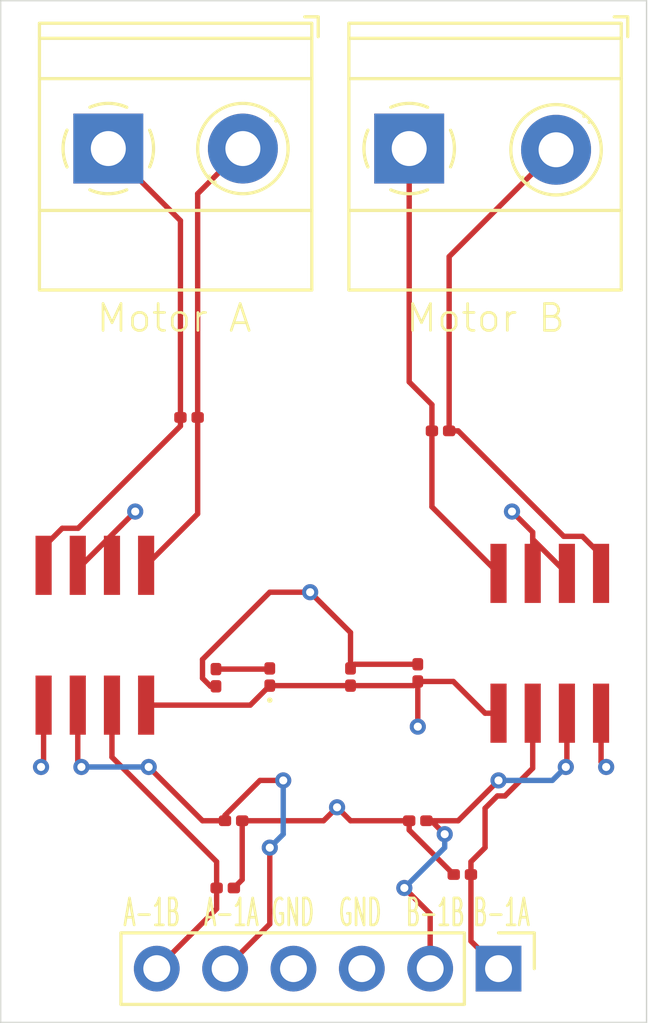
<source format=kicad_pcb>
(kicad_pcb (version 20240108) (generator "pcbnew") (generator_version "8.0")
  (layers (0 "F.Cu" signal) (1 "In1.Cu" power "GND") (2 "In2.Cu" power "PWR") (31 "B.Cu" signal) (34 "B.Paste" user) (35 "F.Paste" user) (36 "B.SilkS" user "B.Silkscreen") (37 "F.SilkS" user "F.Silkscreen") (38 "B.Mask" user) (39 "F.Mask" user) (44 "Edge.Cuts" user))
  (net 0 "")
  (net 1 "GND")
  (net 2 "VCC")
  (net 3 "Net-(J1-Pin_2)")
  (net 4 "Net-(J1-Pin_1)")
  (net 5 "Net-(J2-Pin_1)")
  (net 6 "Net-(J2-Pin_2)")
  (net 7 "Net-(D1-A)")
  (net 8 "Net-(J3-Pin_2)")
  (net 9 "Net-(J3-Pin_6)")
  (net 10 "Net-(J3-Pin_1)")
  (net 11 "Net-(J3-Pin_5)")
  (footprint "Connector_PinHeader_2.54mm:PinHeader_1x06_P2.54mm_Vertical" (layer "F.Cu") (at 144.5 89 -90)
    (property "Reference" "J3" (hide yes))
    (property "Value" "Conn_01x06_Pin" (hide yes))
    (fp_line (start -1.33 14.03) (end 1.33 14.03) (stroke (width 0.12)) (layer "F.SilkS"))
    (fp_line (start -1.33 1.27) (end -1.33 14.03) (stroke (width 0.12)) (layer "F.SilkS"))
    (fp_line (start -1.33 1.27) (end 1.33 1.27) (stroke (width 0.12)) (layer "F.SilkS"))
    (fp_line (start 1.33 1.27) (end 1.33 14.03) (stroke (width 0.12)) (layer "F.SilkS"))
    (fp_line (start -1.33 0) (end -1.33 -1.33) (stroke (width 0.12)) (layer "F.SilkS"))
    (fp_line (start -1.33 -1.33) (end 0 -1.33) (stroke (width 0.12)) (layer "F.SilkS"))
    (pad "1" thru_hole rect (at 0 0 270) (size 1.7 1.7) (drill 1) (layers "*.Cu" "*.Mask") (net 10 "Net-(J3-Pin_1)"))
    (pad "2" thru_hole oval (at 0 2.54 270) (size 1.7 1.7) (drill 1) (layers "*.Cu" "*.Mask") (net 8 "Net-(J3-Pin_2)"))
    (pad "3" thru_hole oval (at 0 5.08 270) (size 1.7 1.7) (drill 1) (layers "*.Cu" "*.Mask") (net 1 "GND"))
    (pad "4" thru_hole oval (at 0 7.62 270) (size 1.7 1.7) (drill 1) (layers "*.Cu" "*.Mask") (net 2 "VCC"))
    (pad "5" thru_hole oval (at 0 10.16 270) (size 1.7 1.7) (drill 1) (layers "*.Cu" "*.Mask") (net 11 "Net-(J3-Pin_5)"))
    (pad "6" thru_hole oval (at 0 12.7 270) (size 1.7 1.7) (drill 1) (layers "*.Cu" "*.Mask") (net 9 "Net-(J3-Pin_6)"))
  )
  (footprint "TerminalBlock_Phoenix:TerminalBlock_Phoenix_MKDS-1,5-2_1x02_P5.00mm_Horizontal" (layer "F.Cu") (at 135 58.5 180)
    (property "Reference" "J1" (hide yes))
    (property "Value" "Screw_Terminal_01x02" (hide yes))
    (fp_line (start 7.56 -5.261) (end 7.56 4.66) (stroke (width 0.12)) (layer "F.SilkS"))
    (fp_line (start 1.227 -1.023) (end 1.274 -1.069) (stroke (width 0.12)) (layer "F.SilkS"))
    (fp_line (start 1.034 -1.239) (end 1.069 -1.274) (stroke (width 0.12)) (layer "F.SilkS"))
    (fp_line (start -1.07 1.275) (end -1.035 1.239) (stroke (width 0.12)) (layer "F.SilkS"))
    (fp_line (start -1.275 1.069) (end -1.228 1.023) (stroke (width 0.12)) (layer "F.SilkS"))
    (fp_line (start -2.56 4.66) (end 7.56 4.66) (stroke (width 0.12)) (layer "F.SilkS"))
    (fp_line (start -2.56 4.1) (end 7.56 4.1) (stroke (width 0.12)) (layer "F.SilkS"))
    (fp_line (start -2.56 2.6) (end 7.56 2.6) (stroke (width 0.12)) (layer "F.SilkS"))
    (fp_line (start -2.56 -2.301) (end 7.56 -2.301) (stroke (width 0.12)) (layer "F.SilkS"))
    (fp_line (start -2.56 -5.261) (end 7.56 -5.261) (stroke (width 0.12)) (layer "F.SilkS"))
    (fp_line (start -2.56 -5.261) (end -2.56 4.66) (stroke (width 0.12)) (layer "F.SilkS"))
    (fp_line (start -2.8 4.9) (end -2.3 4.9) (stroke (width 0.12)) (layer "F.SilkS"))
    (fp_line (start -2.8 4.16) (end -2.8 4.9) (stroke (width 0.12)) (layer "F.SilkS"))
    (fp_arc (start 6.535427 -0.683042) (mid 6.680501 0.000524) (end 6.535 0.684) (stroke (width 0.12)) (layer "F.SilkS"))
    (fp_arc (start 5.683042 1.535427) (mid 4.999476 1.680501) (end 4.316 1.535) (stroke (width 0.12)) (layer "F.SilkS"))
    (fp_arc (start 4.971195 -1.680253) (mid 5.335551 -1.646659) (end 5.684 -1.535) (stroke (width 0.12)) (layer "F.SilkS"))
    (fp_arc (start 4.316682 -1.534756) (mid 4.650708 -1.643288) (end 5 -1.68) (stroke (width 0.12)) (layer "F.SilkS"))
    (fp_arc (start 3.464573 0.683042) (mid 3.319499 -0.000524) (end 3.465 -0.684) (stroke (width 0.12)) (layer "F.SilkS"))
    (fp_circle (center 0 0) (end -1.68 0) (stroke (width 0.12)) (fill none) (layer "F.SilkS"))
    (pad "1" thru_hole rect (at 5 0) (size 2.6 2.6) (drill 1.3) (layers "*.Cu" "*.Mask") (net 4 "Net-(J1-Pin_1)"))
    (pad "2" thru_hole circle (at 0 0) (size 2.6 2.6) (drill 1.3) (layers "*.Cu" "*.Mask") (net 3 "Net-(J1-Pin_2)"))
  )
  (footprint "Resistor_SMD:R_0201_0603Metric" (layer "F.Cu") (at 143.155 85.5)
    (property "Reference" "R4" (hide yes))
    (property "Value" "10K")
    (pad "1" smd roundrect (at -0.32 0) (size 0.46 0.4) (layers "F.Cu" "F.Mask") (net 2 "VCC"))
    (pad "2" smd roundrect (at 0.32 0) (size 0.46 0.4) (layers "F.Cu" "F.Mask") (net 10 "Net-(J3-Pin_1)"))
  )
  (footprint "MountingHole:MountingHole_2.1mm" (layer "F.Cu") (at 128.5 69)
    (property "Reference" "H1" (hide yes))
    (property "Value" "MountingHole" (hide yes))
    (pad "" np_thru_hole circle (at 0 0) (size 2.1 2.1) (drill 2.1) (layers "*.Cu" "*.Mask"))
  )
  (footprint "Resistor_SMD:R_0201_0603Metric" (layer "F.Cu") (at 134 78.18 90)
    (property "Reference" "R1" (hide yes))
    (property "Value" "1k")
    (pad "1" smd roundrect (at -0.32 0 90) (size 0.46 0.4) (layers "F.Cu" "F.Mask") (net 2 "VCC"))
    (pad "2" smd roundrect (at 0.32 0 90) (size 0.46 0.4) (layers "F.Cu" "F.Mask") (net 7 "Net-(D1-A)"))
  )
  (footprint "LED_SMD:LED_0201_0603Metric" (layer "F.Cu") (at 136 78.155 90)
    (property "Reference" "D1" (hide yes))
    (property "Value" "LED")
    (fp_circle (center -0.86 0) (end -0.81 0) (stroke (width 0.1)) (fill none) (layer "F.SilkS"))
    (pad "1" smd roundrect (at -0.32 0 90) (size 0.46 0.4) (layers "F.Cu" "F.Mask") (net 1 "GND"))
    (pad "2" smd roundrect (at 0.32 0 90) (size 0.46 0.4) (layers "F.Cu" "F.Mask") (net 7 "Net-(D1-A)"))
  )
  (footprint "Capacitor_SMD:C_0201_0603Metric" (layer "F.Cu") (at 141.5 78 -90)
    (property "Reference" "C1" (hide yes))
    (property "Value" "0.1u")
    (pad "1" smd roundrect (at -0.32 0 270) (size 0.46 0.4) (layers "F.Cu" "F.Mask") (net 2 "VCC"))
    (pad "2" smd roundrect (at 0.32 0 270) (size 0.46 0.4) (layers "F.Cu" "F.Mask") (net 1 "GND"))
  )
  (footprint "MountingHole:MountingHole_2.1mm" (layer "F.Cu") (at 147.5 84.5)
    (property "Reference" "H4" (hide yes))
    (property "Value" "MountingHole" (hide yes))
    (pad "" np_thru_hole circle (at 0 0) (size 2.1 2.1) (drill 2.1) (layers "*.Cu" "*.Mask"))
  )
  (footprint "Capacitor_SMD:C_0201_0603Metric" (layer "F.Cu") (at 133 68.5 180)
    (property "Reference" "C3" (hide yes))
    (property "Value" "0.1uF")
    (pad "1" smd roundrect (at -0.32 0 180) (size 0.46 0.4) (layers "F.Cu" "F.Mask") (net 3 "Net-(J1-Pin_2)"))
    (pad "2" smd roundrect (at 0.32 0 180) (size 0.46 0.4) (layers "F.Cu" "F.Mask") (net 4 "Net-(J1-Pin_1)"))
  )
  (footprint "MountingHole:MountingHole_2.1mm" (layer "F.Cu") (at 128.5 84.5)
    (property "Reference" "H3" (hide yes))
    (property "Value" "MountingHole" (hide yes))
    (pad "" np_thru_hole circle (at 0 0) (size 2.1 2.1) (drill 2.1) (layers "*.Cu" "*.Mask"))
  )
  (footprint "Resistor_SMD:R_0201_0603Metric" (layer "F.Cu") (at 141.5 83.5)
    (property "Reference" "R5" (hide yes))
    (property "Value" "10K")
    (pad "1" smd roundrect (at -0.32 0) (size 0.46 0.4) (layers "F.Cu" "F.Mask") (net 2 "VCC"))
    (pad "2" smd roundrect (at 0.32 0) (size 0.46 0.4) (layers "F.Cu" "F.Mask") (net 8 "Net-(J3-Pin_2)"))
  )
  (footprint "L9110_KiCAD_module:SO-08" (layer "F.Cu") (at 146.405 76.9 180)
    (property "Reference" "U2" (hide yes))
    (property "Value" "L9110" (hide yes))
    (pad "1" smd rect (at -1.905 2.6 180) (size 0.6 2.2) (layers "F.Cu" "F.Paste" "F.Mask") (net 6 "Net-(J2-Pin_2)"))
    (pad "2" smd rect (at -0.635 2.6 180) (size 0.6 2.2) (layers "F.Cu" "F.Paste" "F.Mask") (net 2 "VCC"))
    (pad "3" smd rect (at 0.635 2.6 180) (size 0.6 2.2) (layers "F.Cu" "F.Paste" "F.Mask") (net 2 "VCC"))
    (pad "4" smd rect (at 1.905 2.6 180) (size 0.6 2.2) (layers "F.Cu" "F.Paste" "F.Mask") (net 5 "Net-(J2-Pin_1)"))
    (pad "5" smd rect (at 1.905 -2.6 180) (size 0.6 2.2) (layers "F.Cu" "F.Paste" "F.Mask") (net 1 "GND"))
    (pad "6" smd rect (at 0.635 -2.6 180) (size 0.6 2.2) (layers "F.Cu" "F.Paste" "F.Mask") (net 10 "Net-(J3-Pin_1)"))
    (pad "7" smd rect (at -0.635 -2.6 180) (size 0.6 2.2) (layers "F.Cu" "F.Paste" "F.Mask") (net 8 "Net-(J3-Pin_2)"))
    (pad "8" smd rect (at -1.905 -2.6 180) (size 0.6 2.2) (layers "F.Cu" "F.Paste" "F.Mask") (net 1 "GND"))
  )
  (footprint "Resistor_SMD:R_0201_0603Metric" (layer "F.Cu") (at 134.345 86 180)
    (property "Reference" "R2" (hide yes))
    (property "Value" "10K")
    (pad "1" smd roundrect (at -0.32 0 180) (size 0.46 0.4) (layers "F.Cu" "F.Mask") (net 2 "VCC"))
    (pad "2" smd roundrect (at 0.32 0 180) (size 0.46 0.4) (layers "F.Cu" "F.Mask") (net 9 "Net-(J3-Pin_6)"))
  )
  (footprint "Capacitor_SMD:C_0201_0603Metric" (layer "F.Cu") (at 142.345 69 180)
    (property "Reference" "C4" (hide yes))
    (property "Value" "0.1uF")
    (pad "1" smd roundrect (at -0.32 0 180) (size 0.46 0.4) (layers "F.Cu" "F.Mask") (net 6 "Net-(J2-Pin_2)"))
    (pad "2" smd roundrect (at 0.32 0 180) (size 0.46 0.4) (layers "F.Cu" "F.Mask") (net 5 "Net-(J2-Pin_1)"))
  )
  (footprint "Capacitor_SMD:C_0201_0603Metric" (layer "F.Cu") (at 139 78.155 -90)
    (property "Reference" "C2" (hide yes))
    (property "Value" "10uF")
    (pad "1" smd roundrect (at -0.32 0 270) (size 0.46 0.4) (layers "F.Cu" "F.Mask") (net 2 "VCC"))
    (pad "2" smd roundrect (at 0.32 0 270) (size 0.46 0.4) (layers "F.Cu" "F.Mask") (net 1 "GND"))
  )
  (footprint "L9110_KiCAD_module:SO-08" (layer "F.Cu") (at 129.5 76.6 180)
    (property "Reference" "U1" (hide yes))
    (property "Value" "L9110" (hide yes))
    (pad "1" smd rect (at -1.905 2.6 180) (size 0.6 2.2) (layers "F.Cu" "F.Paste" "F.Mask") (net 3 "Net-(J1-Pin_2)"))
    (pad "2" smd rect (at -0.635 2.6 180) (size 0.6 2.2) (layers "F.Cu" "F.Paste" "F.Mask") (net 2 "VCC"))
    (pad "3" smd rect (at 0.635 2.6 180) (size 0.6 2.2) (layers "F.Cu" "F.Paste" "F.Mask") (net 2 "VCC"))
    (pad "4" smd rect (at 1.905 2.6 180) (size 0.6 2.2) (layers "F.Cu" "F.Paste" "F.Mask") (net 4 "Net-(J1-Pin_1)"))
    (pad "5" smd rect (at 1.905 -2.6 180) (size 0.6 2.2) (layers "F.Cu" "F.Paste" "F.Mask") (net 1 "GND"))
    (pad "6" smd rect (at 0.635 -2.6 180) (size 0.6 2.2) (layers "F.Cu" "F.Paste" "F.Mask") (net 11 "Net-(J3-Pin_5)"))
    (pad "7" smd rect (at -0.635 -2.6 180) (size 0.6 2.2) (layers "F.Cu" "F.Paste" "F.Mask") (net 9 "Net-(J3-Pin_6)"))
    (pad "8" smd rect (at -1.905 -2.6 180) (size 0.6 2.2) (layers "F.Cu" "F.Paste" "F.Mask") (net 1 "GND"))
  )
  (footprint "MountingHole:MountingHole_2.1mm" (layer "F.Cu") (at 147.5 69)
    (property "Reference" "H2" (hide yes))
    (property "Value" "MountingHole" (hide yes))
    (pad "" np_thru_hole circle (at 0 0) (size 2.1 2.1) (drill 2.1) (layers "*.Cu" "*.Mask"))
  )
  (footprint "TerminalBlock_Phoenix:TerminalBlock_Phoenix_MKDS-1,5-2_1x02_P5.00mm_Horizontal" (layer "F.Cu") (at 146.5 58.5 180)
    (property "Reference" "J2" (hide yes))
    (property "Value" "Screw_Terminal_01x02" (hide yes))
    (fp_line (start 7.56 -5.261) (end 7.56 4.66) (stroke (width 0.12)) (layer "F.SilkS"))
    (fp_line (start 1.137 -1.114) (end 1.09 -1.068) (stroke (width 0.12)) (layer "F.SilkS"))
    (fp_line (start 0.932 -1.32) (end 0.897 -1.284) (stroke (width 0.12)) (layer "F.SilkS"))
    (fp_line (start -1.172 1.194) (end -1.207 1.229) (stroke (width 0.12)) (layer "F.SilkS"))
    (fp_line (start -1.365 0.978) (end -1.412 1.024) (stroke (width 0.12)) (layer "F.SilkS"))
    (fp_line (start -2.56 4.66) (end 7.56 4.66) (stroke (width 0.12)) (layer "F.SilkS"))
    (fp_line (start -2.56 4.1) (end 7.56 4.1) (stroke (width 0.12)) (layer "F.SilkS"))
    (fp_line (start -2.56 2.6) (end 7.56 2.6) (stroke (width 0.12)) (layer "F.SilkS"))
    (fp_line (start -2.56 -2.301) (end 7.56 -2.301) (stroke (width 0.12)) (layer "F.SilkS"))
    (fp_line (start -2.56 -5.261) (end 7.56 -5.261) (stroke (width 0.12)) (layer "F.SilkS"))
    (fp_line (start -2.56 -5.261) (end -2.56 4.66) (stroke (width 0.12)) (layer "F.SilkS"))
    (fp_line (start -2.8 4.9) (end -2.3 4.9) (stroke (width 0.12)) (layer "F.SilkS"))
    (fp_line (start -2.8 4.16) (end -2.8 4.9) (stroke (width 0.12)) (layer "F.SilkS"))
    (fp_arc (start 6.854926 -0.683042) (mid 7 0.000524) (end 6.854499 0.684) (stroke (width 0.12)) (layer "F.SilkS"))
    (fp_arc (start 6.002817 1.534756) (mid 5.668791 1.643288) (end 5.319499 1.68) (stroke (width 0.12)) (layer "F.SilkS"))
    (fp_arc (start 5.348304 1.680253) (mid 4.983948 1.646659) (end 4.635499 1.535) (stroke (width 0.12)) (layer "F.SilkS"))
    (fp_arc (start 4.636457 -1.535427) (mid 5.320023 -1.680501) (end 6.003499 -1.535) (stroke (width 0.12)) (layer "F.SilkS"))
    (fp_arc (start 3.784072 0.683042) (mid 3.638998 -0.000524) (end 3.784499 -0.684) (stroke (width 0.12)) (layer "F.SilkS"))
    (fp_circle (center -0.138 -0.045) (end 1.542 -0.045) (stroke (width 0.12)) (fill none) (layer "F.SilkS"))
    (pad "1" thru_hole rect (at 5.319499 0 180) (size 2.6 2.6) (drill 1.3) (layers "*.Cu" "*.Mask") (net 5 "Net-(J2-Pin_1)"))
    (pad "2" thru_hole circle (at -0.138 -0.045 180) (size 2.6 2.6) (drill 1.3) (layers "*.Cu" "*.Mask") (net 6 "Net-(J2-Pin_2)"))
  )
  (footprint "Resistor_SMD:R_0201_0603Metric" (layer "F.Cu") (at 134.655 83.5 180)
    (property "Reference" "R3" (hide yes))
    (property "Value" "10K")
    (pad "1" smd roundrect (at -0.32 0 180) (size 0.46 0.4) (layers "F.Cu" "F.Mask") (net 2 "VCC"))
    (pad "2" smd roundrect (at 0.32 0 180) (size 0.46 0.4) (layers "F.Cu" "F.Mask") (net 11 "Net-(J3-Pin_5)"))
  )
  (gr_line (start 150 53) (end 126 53) (stroke (width 0.05)) (layer "Edge.Cuts"))
  (gr_line (start 126 91) (end 150 91) (stroke (width 0.05)) (layer "Edge.Cuts"))
  (gr_line (start 126 53) (end 126 91) (stroke (width 0.05)) (layer "Edge.Cuts"))
  (gr_line (start 150 91) (end 150 53) (stroke (width 0.05)) (layer "Edge.Cuts"))
  (gr_text "B-1B" (at 141 87.5 0) (layer "F.SilkS") (effects (font (size 1 0.5174) (thickness 0.1)) (justify left bottom)))
  (gr_text "Motor A\n\n" (at 129.5 67 0) (layer "F.SilkS") (effects (font (size 1 1) (thickness 0.1)) (justify left bottom)))
  (gr_text "GND" (at 136 87.5 0) (layer "F.SilkS") (effects (font (size 1 0.5174) (thickness 0.1)) (justify left bottom)))
  (gr_text "GND" (at 138.5 87.5 0) (layer "F.SilkS") (effects (font (size 1 0.5174) (thickness 0.1)) (justify left bottom)))
  (gr_text "A-1B\n" (at 130.5 87.5 0) (layer "F.SilkS") (effects (font (size 1 0.5174) (thickness 0.1)) (justify left bottom)))
  (gr_text "A-1A\n" (at 133.5 87.5 0) (layer "F.SilkS") (effects (font (size 1 0.5174) (thickness 0.1)) (justify left bottom)))
  (gr_text "B-1A\n" (at 143.5 87.5 0) (layer "F.SilkS") (effects (font (size 1 0.5174) (thickness 0.1)) (justify left bottom)))
  (gr_text "Motor B\n\n" (at 141 67 0) (layer "F.SilkS") (effects (font (size 1 1) (thickness 0.1)) (justify left bottom)))
  (segment (start 144 79.5) (end 142.82 78.32) (width 0.2) (layer "F.Cu") (net 1))
  (segment (start 141.5 78.32) (end 141.5 80) (width 0.2) (layer "F.Cu") (net 1))
  (segment (start 148.31 79.5) (end 148.31 81.31) (width 0.2) (layer "F.Cu") (net 1))
  (segment (start 148.31 81.31) (end 148.5 81.5) (width 0.2) (layer "F.Cu") (net 1))
  (segment (start 127.595 81.405) (end 127.5 81.5) (width 0.2) (layer "F.Cu") (net 1))
  (segment (start 127.595 79.2) (end 127.595 81.405) (width 0.2) (layer "F.Cu") (net 1))
  (segment (start 139 78.475) (end 141.345 78.475) (width 0.2) (layer "F.Cu") (net 1))
  (segment (start 142.82 78.32) (end 141.5 78.32) (width 0.2) (layer "F.Cu") (net 1))
  (segment (start 141.345 78.475) (end 141.5 78.32) (width 0.2) (layer "F.Cu") (net 1))
  (segment (start 144.5 79.5) (end 144 79.5) (width 0.2) (layer "F.Cu") (net 1))
  (segment (start 131.405 79.2) (end 135.275 79.2) (width 0.2) (layer "F.Cu") (net 1))
  (segment (start 136 78.475) (end 139 78.475) (width 0.2) (layer "F.Cu") (net 1))
  (segment (start 144.5 80) (end 144.5 79.5) (width 0.2) (layer "F.Cu") (net 1))
  (segment (start 135.275 79.2) (end 136 78.475) (width 0.2) (layer "F.Cu") (net 1))
  (via (at 127.5 81.5) (size 0.6) (drill 0.3) (layers "F.Cu" "B.Cu") (net 1))
  (via (at 148.5 81.5) (size 0.6) (drill 0.3) (layers "F.Cu" "B.Cu") (net 1))
  (via (at 141.5 80) (size 0.6) (drill 0.3) (layers "F.Cu" "B.Cu") (net 1))
  (segment (start 141.5 77.68) (end 139.155 77.68) (width 0.2) (layer "F.Cu") (net 2))
  (segment (start 134.975 83.5) (end 138 83.5) (width 0.2) (layer "F.Cu") (net 2))
  (segment (start 128.865 74) (end 129 74) (width 0.2) (layer "F.Cu") (net 2))
  (segment (start 138 83.5) (end 138.5 83) (width 0.2) (layer "F.Cu") (net 2))
  (segment (start 145.77 72.77) (end 145.77 74.3) (width 0.2) (layer "F.Cu") (net 2))
  (segment (start 138.5 83) (end 139 83.5) (width 0.2) (layer "F.Cu") (net 2))
  (segment (start 133.800001 78.5) (end 133.5 78.199999) (width 0.2) (layer "F.Cu") (net 2))
  (segment (start 137.5 75) (end 139 76.5) (width 0.2) (layer "F.Cu") (net 2))
  (segment (start 130.135 74) (end 130.135 72.865) (width 0.2) (layer "F.Cu") (net 2))
  (segment (start 129 74) (end 130.5 72.5) (width 0.2) (layer "F.Cu") (net 2))
  (segment (start 147.04 74.3) (end 145.77 73.03) (width 0.2) (layer "F.Cu") (net 2))
  (segment (start 133.5 78.199999) (end 133.5 77.5) (width 0.2) (layer "F.Cu") (net 2))
  (segment (start 134 78.5) (end 133.800001 78.5) (width 0.2) (layer "F.Cu") (net 2))
  (segment (start 130.135 72.865) (end 130.5 72.5) (width 0.2) (layer "F.Cu") (net 2))
  (segment (start 141.18 83.845) (end 141.18 83.5) (width 0.2) (layer "F.Cu") (net 2))
  (segment (start 134.665 86) (end 134.975 85.69) (width 0.2) (layer "F.Cu") (net 2))
  (segment (start 139.155 77.68) (end 139 77.835) (width 0.2) (layer "F.Cu") (net 2))
  (segment (start 136 75) (end 137.5 75) (width 0.2) (layer "F.Cu") (net 2))
  (segment (start 139 76.5) (end 139 77.835) (width 0.2) (layer "F.Cu") (net 2))
  (segment (start 133.5 77.5) (end 136 75) (width 0.2) (layer "F.Cu") (net 2))
  (segment (start 142.835 85.5) (end 141.18 83.845) (width 0.2) (layer "F.Cu") (net 2))
  (segment (start 145 72) (end 145.77 72.77) (width 0.2) (layer "F.Cu") (net 2))
  (segment (start 130.5 72.5) (end 131 72) (width 0.2) (layer "F.Cu") (net 2))
  (segment (start 145.77 73.03) (end 145.77 72.77) (width 0.2) (layer "F.Cu") (net 2))
  (segment (start 139 83.5) (end 141.18 83.5) (width 0.2) (layer "F.Cu") (net 2))
  (segment (start 134.975 85.69) (end 134.975 83.5) (width 0.2) (layer "F.Cu") (net 2))
  (via (at 138.5 83) (size 0.6) (drill 0.3) (layers "F.Cu" "B.Cu") (net 2))
  (via (at 131 72) (size 0.6) (drill 0.3) (layers "F.Cu" "B.Cu") (net 2))
  (via (at 145 72) (size 0.6) (drill 0.3) (layers "F.Cu" "B.Cu") (net 2))
  (via (at 137.5 75) (size 0.6) (drill 0.3) (layers "F.Cu" "B.Cu") (net 2))
  (segment (start 133.32 60.18) (end 135 58.5) (width 0.2) (layer "F.Cu") (net 3))
  (segment (start 133.32 68.5) (end 133.32 60.18) (width 0.2) (layer "F.Cu") (net 3))
  (segment (start 131.405 74) (end 133.32 72.085) (width 0.2) (layer "F.Cu") (net 3))
  (segment (start 133.32 72.085) (end 133.32 68.5) (width 0.2) (layer "F.Cu") (net 3))
  (segment (start 128.8778 72.6222) (end 132.68 68.82) (width 0.2) (layer "F.Cu") (net 4))
  (segment (start 127.595 73.3144) (end 128.2872 72.6222) (width 0.2) (layer "F.Cu") (net 4))
  (segment (start 132.68 68.82) (end 132.68 68.5) (width 0.2) (layer "F.Cu") (net 4))
  (segment (start 128.2872 72.6222) (end 128.8778 72.6222) (width 0.2) (layer "F.Cu") (net 4))
  (segment (start 132.68 68.5) (end 132.68 61.18) (width 0.2) (layer "F.Cu") (net 4))
  (segment (start 127.595 74) (end 127.595 73.3144) (width 0.2) (layer "F.Cu") (net 4))
  (segment (start 132.68 61.18) (end 130 58.5) (width 0.2) (layer "F.Cu") (net 4))
  (segment (start 142.025 69) (end 142.025 68.025) (width 0.2) (layer "F.Cu") (net 5))
  (segment (start 141.180501 67.180501) (end 141.180501 58.5) (width 0.2) (layer "F.Cu") (net 5))
  (segment (start 142.025 68.025) (end 141.180501 67.180501) (width 0.2) (layer "F.Cu") (net 5))
  (segment (start 142.025 71.825) (end 142.025 69) (width 0.2) (layer "F.Cu") (net 5))
  (segment (start 144.5 74.3) (end 142.025 71.825) (width 0.2) (layer "F.Cu") (net 5))
  (segment (start 146.9222 72.9222) (end 143 69) (width 0.2) (layer "F.Cu") (net 6))
  (segment (start 143 69) (end 142.665 69) (width 0.2) (layer "F.Cu") (net 6))
  (segment (start 142.665 69) (end 142.665 62.518) (width 0.2) (layer "F.Cu") (net 6))
  (segment (start 148.31 73.6144) (end 147.6178 72.9222) (width 0.2) (layer "F.Cu") (net 6))
  (segment (start 142.665 62.518) (end 146.638 58.545) (width 0.2) (layer "F.Cu") (net 6))
  (segment (start 147.6178 72.9222) (end 146.9222 72.9222) (width 0.2) (layer "F.Cu") (net 6))
  (segment (start 148.31 74.3) (end 148.31 73.6144) (width 0.2) (layer "F.Cu") (net 6))
  (segment (start 134 77.86) (end 135.975 77.86) (width 0.2) (layer "F.Cu") (net 7))
  (segment (start 135.975 77.86) (end 136 77.835) (width 0.2) (layer "F.Cu") (net 7))
  (segment (start 142 83.5) (end 142.5 84) (width 0.2) (layer "F.Cu") (net 8))
  (segment (start 143 83.5) (end 144.5 82) (width 0.2) (layer "F.Cu") (net 8))
  (segment (start 147.04 81.46) (end 147.04 79.5) (width 0.2) (layer "F.Cu") (net 8))
  (segment (start 147 81.5) (end 147.04 81.46) (width 0.2) (layer "F.Cu") (net 8))
  (segment (start 141 86) (end 141.96 86.96) (width 0.2) (layer "F.Cu") (net 8))
  (segment (start 141.82 83.5) (end 142 83.5) (width 0.2) (layer "F.Cu") (net 8))
  (segment (start 141.96 86.96) (end 141.96 89) (width 0.2) (layer "F.Cu") (net 8))
  (segment (start 141.82 83.5) (end 143 83.5) (width 0.2) (layer "F.Cu") (net 8))
  (via (at 141 86) (size 0.6) (drill 0.3) (layers "F.Cu" "B.Cu") (net 8))
  (via (at 142.5 84) (size 0.6) (drill 0.3) (layers "F.Cu" "B.Cu") (net 8))
  (via (at 144.5 82) (size 0.6) (drill 0.3) (layers "F.Cu" "B.Cu") (net 8))
  (via (at 147 81.5) (size 0.6) (drill 0.3) (layers "F.Cu" "B.Cu") (net 8))
  (segment (start 146.5 82) (end 147 81.5) (width 0.2) (layer "B.Cu") (net 8))
  (segment (start 144.5 82) (end 146.5 82) (width 0.2) (layer "B.Cu") (net 8))
  (segment (start 142.5 84) (end 142.5 84.5) (width 0.2) (layer "B.Cu") (net 8))
  (segment (start 142.5 84.5) (end 141 86) (width 0.2) (layer "B.Cu") (net 8))
  (segment (start 134.025 86) (end 134.025 86.775) (width 0.2) (layer "F.Cu") (net 9))
  (segment (start 130.135 81.135) (end 130.135 79.2) (width 0.2) (layer "F.Cu") (net 9))
  (segment (start 134.025 86.775) (end 131.8 89) (width 0.2) (layer "F.Cu") (net 9))
  (segment (start 134.025 86) (end 134.025 85.025) (width 0.2) (layer "F.Cu") (net 9))
  (segment (start 134.025 85.025) (end 130.135 81.135) (width 0.2) (layer "F.Cu") (net 9))
  (segment (start 143.475 85.025) (end 144 84.5) (width 0.2) (layer "F.Cu") (net 10))
  (segment (start 144.45649 82.5778) (end 144.739333 82.5778) (width 0.2) (layer "F.Cu") (net 10))
  (segment (start 143.475 85.5) (end 143.475 85.025) (width 0.2) (layer "F.Cu") (net 10))
  (segment (start 145.77 81.547133) (end 145.77 79.5) (width 0.2) (layer "F.Cu") (net 10))
  (segment (start 144 84.5) (end 144 83.03429) (width 0.2) (layer "F.Cu") (net 10))
  (segment (start 144 83.03429) (end 144.45649 82.5778) (width 0.2) (layer "F.Cu") (net 10))
  (segment (start 143.475 85.5) (end 143.475 87.975) (width 0.2) (layer "F.Cu") (net 10))
  (segment (start 143.475 87.975) (end 144.5 89) (width 0.2) (layer "F.Cu") (net 10))
  (segment (start 144.739333 82.5778) (end 145.77 81.547133) (width 0.2) (layer "F.Cu") (net 10))
  (segment (start 135.635001 82) (end 136.5 82) (width 0.2) (layer "F.Cu") (net 11))
  (segment (start 136 87.34) (end 134.34 89) (width 0.2) (layer "F.Cu") (net 11))
  (segment (start 134.335 83.300001) (end 135.635001 82) (width 0.2) (layer "F.Cu") (net 11))
  (segment (start 134.335 83.5) (end 133.5 83.5) (width 0.2) (layer "F.Cu") (net 11))
  (segment (start 134.335 83.5) (end 134.335 83.300001) (width 0.2) (layer "F.Cu") (net 11))
  (segment (start 128.865 81.365) (end 128.865 79.2) (width 0.2) (layer "F.Cu") (net 11))
  (segment (start 129 81.5) (end 128.865 81.365) (width 0.2) (layer "F.Cu") (net 11))
  (segment (start 136 84.5) (end 136 87.34) (width 0.2) (layer "F.Cu") (net 11))
  (segment (start 133.5 83.5) (end 131.5 81.5) (width 0.2) (layer "F.Cu") (net 11))
  (via (at 129 81.5) (size 0.6) (drill 0.3) (layers "F.Cu" "B.Cu") (net 11))
  (via (at 131.5 81.5) (size 0.6) (drill 0.3) (layers "F.Cu" "B.Cu") (net 11))
  (via (at 136 84.5) (size 0.6) (drill 0.3) (layers "F.Cu" "B.Cu") (net 11))
  (via (at 136.5 82) (size 0.6) (drill 0.3) (layers "F.Cu" "B.Cu") (net 11))
  (segment (start 131.5 81.5) (end 129 81.5) (width 0.2) (layer "B.Cu") (net 11))
  (segment (start 136.5 82) (end 136.5 84) (width 0.2) (layer "B.Cu") (net 11))
  (segment (start 136.5 84) (end 136 84.5) (width 0.2) (layer "B.Cu") (net 11))
)
</source>
